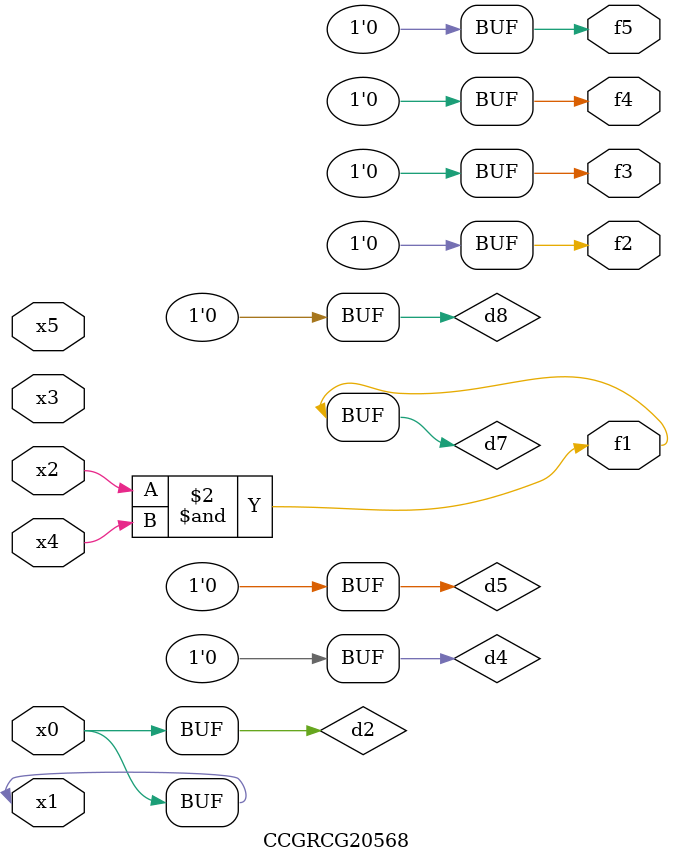
<source format=v>
module CCGRCG20568(
	input x0, x1, x2, x3, x4, x5,
	output f1, f2, f3, f4, f5
);

	wire d1, d2, d3, d4, d5, d6, d7, d8, d9;

	nand (d1, x1);
	buf (d2, x0, x1);
	nand (d3, x2, x4);
	and (d4, d1, d2);
	and (d5, d1, d2);
	nand (d6, d1, d3);
	not (d7, d3);
	xor (d8, d5);
	nor (d9, d5, d6);
	assign f1 = d7;
	assign f2 = d8;
	assign f3 = d8;
	assign f4 = d8;
	assign f5 = d8;
endmodule

</source>
